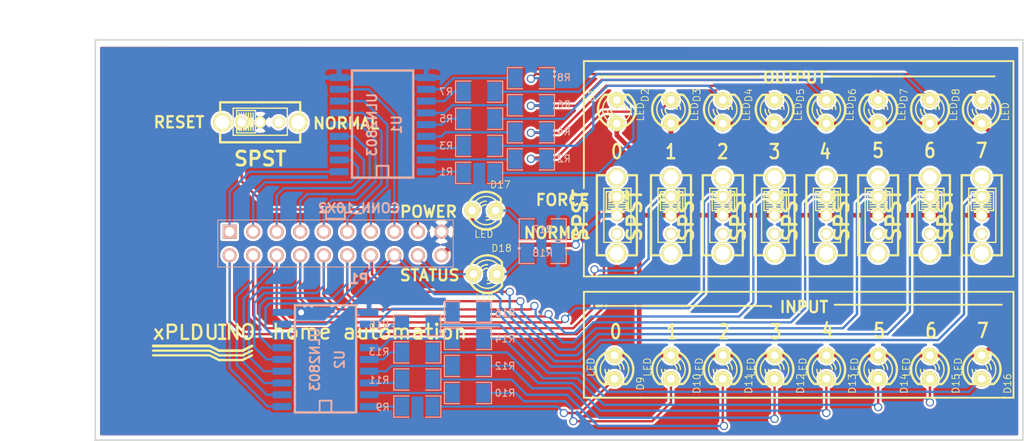
<source format=kicad_pcb>
(kicad_pcb (version 3) (host pcbnew "(2013-04-19 BZR 4011)-stable")
  (layers (15 F.Cu signal hide) (0 B.Cu signal hide))
  (net 0 "")
  (net 1 +5V)
  (net 2 CMD0)
  (net 3 CMD1)
  (net 4 CMD2)
  (net 5 CMD3)
  (net 6 CMD4)
  (net 7 CMD5)
  (net 8 CMD6)
  (net 9 CMD7)
  (net 10 GND)
  (net 11 LED)
  (net 12 N-000001)
  (net 13 N-0000010)
  (net 14 N-0000011)
  (net 15 N-0000012)
  (net 16 N-0000014)
  (net 17 N-0000015)
  (net 18 N-0000016)
  (net 19 N-0000017)
  (net 20 N-000002)
  (net 21 N-0000028)
  (net 22 N-000003)
  (net 23 N-0000030)
  (net 24 N-0000039)
  (net 25 N-000004)
  (net 26 N-0000040)
  (net 27 N-0000041)
  (net 28 N-0000042)
  (net 29 N-0000043)
  (net 30 N-0000044)
  (net 31 N-0000045)
  (net 32 N-0000046)
  (net 33 N-0000047)
  (net 34 N-0000048)
  (net 35 N-0000049)
  (net 36 N-000005)
  (net 37 N-0000050)
  (net 38 N-0000051)
  (net 39 N-0000052)
  (net 40 N-0000053)
  (net 41 N-0000054)
  (net 42 N-000006)
  (net 43 N-000007)
  (net 44 N-000008)
  (net 45 N-000009)
  (net 46 OUT0)
  (net 47 OUT1)
  (net 48 OUT2)
  (net 49 OUT3)
  (net 50 OUT4)
  (net 51 OUT5)
  (net 52 OUT6)
  (net 53 OUT7)
  (net 54 RESET)
  (module SOIC18 (layer B.Cu) (at 117.348 82.296 90)
    (fp_text reference U1)
    (fp_text value ULN2803)
    (pad 1 smd rect (at -5.08 -4.7 90) (size 0.762 2) (layers B.Cu Dessous.Pate Dessous.Masque) (net 2 CMD0))
    (pad 2 smd rect (at -3.81 -4.699 90) (size 0.762 2) (layers B.Cu Dessous.Pate Dessous.Masque) (net 3 CMD1))
    (pad 3 smd rect (at -2.54 -4.699 90) (size 0.762 2) (layers B.Cu Dessous.Pate Dessous.Masque) (net 4 CMD2))
    (pad 4 smd rect (at -1.27 -4.699 90) (size 0.762 2) (layers B.Cu Dessous.Pate Dessous.Masque) (net 5 CMD3))
    (pad 5 smd rect (at 0 -4.699 90) (size 0.762 2) (layers B.Cu Dessous.Pate Dessous.Masque) (net 6 CMD4))
    (pad 6 smd rect (at 1.27 -4.699 90) (size 0.762 2) (layers B.Cu Dessous.Pate Dessous.Masque) (net 7 CMD5))
    (pad 7 smd rect (at 2.54 -4.699 90) (size 0.762 2) (layers B.Cu Dessous.Pate Dessous.Masque) (net 8 CMD6))
    (pad 8 smd rect (at 3.81 -4.699 90) (size 0.762 2) (layers B.Cu Dessous.Pate Dessous.Masque) (net 9 CMD7))
    (pad 9 smd rect (at 5.08 -4.699 90) (size 0.762 2) (layers B.Cu Dessous.Pate Dessous.Masque) (net 10 GND))
    (pad 10 smd rect (at 5.08 4.699 90) (size 0.762 2) (layers B.Cu Dessous.Pate Dessous.Masque) (net 10 GND))
    (pad 11 smd rect (at 3.81 4.699 90) (size 0.762 2) (layers B.Cu Dessous.Pate Dessous.Masque) (net 28 N-0000042))
    (pad 12 smd rect (at 2.54 4.699 90) (size 0.762 2) (layers B.Cu Dessous.Pate Dessous.Masque) (net 27 N-0000041))
    (pad 18 smd rect (at -5.08 4.7 90) (size 0.762 2) (layers B.Cu Dessous.Pate Dessous.Masque) (net 40 N-0000053))
    (pad 17 smd rect (at -3.81 4.699 90) (size 0.762 2) (layers B.Cu Dessous.Pate Dessous.Masque) (net 32 N-0000046))
    (pad 16 smd rect (at -2.54 4.699 90) (size 0.762 2) (layers B.Cu Dessous.Pate Dessous.Masque) (net 31 N-0000045))
    (pad 15 smd rect (at -1.27 4.699 90) (size 0.762 2) (layers B.Cu Dessous.Pate Dessous.Masque) (net 29 N-0000043))
    (pad 14 smd rect (at 0 4.699 90) (size 0.762 2) (layers B.Cu Dessous.Pate Dessous.Masque) (net 24 N-0000039))
    (pad 13 smd rect (at 1.27 4.699 90) (size 0.762 2) (layers B.Cu Dessous.Pate Dessous.Masque) (net 26 N-0000040))
  )
  (module SOIC18 (layer B.Cu) (at 111.1885 107.6325 90)
    (fp_text reference U2)
    (fp_text value ULN2803)
    (pad 1 smd rect (at -5.08 -4.7 90) (size 0.762 2) (layers B.Cu Dessous.Pate Dessous.Masque) (net 46 OUT0))
    (pad 2 smd rect (at -3.81 -4.699 90) (size 0.762 2) (layers B.Cu Dessous.Pate Dessous.Masque) (net 47 OUT1))
    (pad 3 smd rect (at -2.54 -4.699 90) (size 0.762 2) (layers B.Cu Dessous.Pate Dessous.Masque) (net 48 OUT2))
    (pad 4 smd rect (at -1.27 -4.699 90) (size 0.762 2) (layers B.Cu Dessous.Pate Dessous.Masque) (net 49 OUT3))
    (pad 5 smd rect (at 0 -4.699 90) (size 0.762 2) (layers B.Cu Dessous.Pate Dessous.Masque) (net 50 OUT4))
    (pad 6 smd rect (at 1.27 -4.699 90) (size 0.762 2) (layers B.Cu Dessous.Pate Dessous.Masque) (net 51 OUT5))
    (pad 7 smd rect (at 2.54 -4.699 90) (size 0.762 2) (layers B.Cu Dessous.Pate Dessous.Masque) (net 52 OUT6))
    (pad 8 smd rect (at 3.81 -4.699 90) (size 0.762 2) (layers B.Cu Dessous.Pate Dessous.Masque) (net 53 OUT7))
    (pad 9 smd rect (at 5.08 -4.699 90) (size 0.762 2) (layers B.Cu Dessous.Pate Dessous.Masque) (net 10 GND))
    (pad 10 smd rect (at 5.08 4.699 90) (size 0.762 2) (layers B.Cu Dessous.Pate Dessous.Masque) (net 10 GND))
    (pad 11 smd rect (at 3.81 4.699 90) (size 0.762 2) (layers B.Cu Dessous.Pate Dessous.Masque) (net 20 N-000002))
    (pad 12 smd rect (at 2.54 4.699 90) (size 0.762 2) (layers B.Cu Dessous.Pate Dessous.Masque) (net 25 N-000004))
    (pad 18 smd rect (at -5.08 4.7 90) (size 0.762 2) (layers B.Cu Dessous.Pate Dessous.Masque) (net 13 N-0000010))
    (pad 17 smd rect (at -3.81 4.699 90) (size 0.762 2) (layers B.Cu Dessous.Pate Dessous.Masque) (net 18 N-0000016))
    (pad 16 smd rect (at -2.54 4.699 90) (size 0.762 2) (layers B.Cu Dessous.Pate Dessous.Masque) (net 44 N-000008))
    (pad 15 smd rect (at -1.27 4.699 90) (size 0.762 2) (layers B.Cu Dessous.Pate Dessous.Masque) (net 17 N-0000015))
    (pad 14 smd rect (at 0 4.699 90) (size 0.762 2) (layers B.Cu Dessous.Pate Dessous.Masque) (net 42 N-000006))
    (pad 13 smd rect (at 1.27 4.699 90) (size 0.762 2) (layers B.Cu Dessous.Pate Dessous.Masque) (net 16 N-0000014))
  )
  (module SM1206 (layer B.Cu) (at 127.762 84.582)
    (fp_text reference R3)
    (fp_text value R hide)
    (pad 1 smd rect (at -1.651 0) (size 1.524 2.032) (layers B.Cu Dessous.Pate Dessous.Masque) (net 31 N-0000045))
    (pad 2 smd rect (at 1.651 0) (size 1.524 2.032) (layers B.Cu Dessous.Pate Dessous.Masque) (net 39 N-0000052))
  )
  (module SM1206 (layer B.Cu) (at 121.0945 112.7125)
    (fp_text reference R9)
    (fp_text value R hide)
    (pad 1 smd rect (at -1.651 0) (size 1.524 2.032) (layers B.Cu Dessous.Pate Dessous.Masque) (net 13 N-0000010))
    (pad 2 smd rect (at 1.651 0) (size 1.524 2.032) (layers B.Cu Dessous.Pate Dessous.Masque) (net 45 N-000009))
  )
  (module SM1206 (layer B.Cu) (at 121.0945 109.7915)
    (fp_text reference R11)
    (fp_text value R hide)
    (pad 1 smd rect (at -1.651 0) (size 1.524 2.032) (layers B.Cu Dessous.Pate Dessous.Masque) (net 44 N-000008))
    (pad 2 smd rect (at 1.651 0) (size 1.524 2.032) (layers B.Cu Dessous.Pate Dessous.Masque) (net 43 N-000007))
  )
  (module SM1206 (layer B.Cu) (at 121.0945 106.8705)
    (fp_text reference R13)
    (fp_text value R hide)
    (pad 1 smd rect (at -1.651 0) (size 1.524 2.032) (layers B.Cu Dessous.Pate Dessous.Masque) (net 42 N-000006))
    (pad 2 smd rect (at 1.651 0) (size 1.524 2.032) (layers B.Cu Dessous.Pate Dessous.Masque) (net 36 N-000005))
  )
  (module SM1206 (layer B.Cu) (at 133.35 86.0425)
    (fp_text reference R2)
    (fp_text value R hide)
    (pad 1 smd rect (at -1.651 0) (size 1.524 2.032) (layers B.Cu Dessous.Pate Dessous.Masque) (net 32 N-0000046))
    (pad 2 smd rect (at 1.651 0) (size 1.524 2.032) (layers B.Cu Dessous.Pate Dessous.Masque) (net 33 N-0000047))
  )
  (module SM1206 (layer B.Cu) (at 133.35 83.1215)
    (fp_text reference R4)
    (fp_text value R hide)
    (pad 1 smd rect (at -1.651 0) (size 1.524 2.032) (layers B.Cu Dessous.Pate Dessous.Masque) (net 29 N-0000043))
    (pad 2 smd rect (at 1.651 0) (size 1.524 2.032) (layers B.Cu Dessous.Pate Dessous.Masque) (net 30 N-0000044))
  )
  (module SM1206 (layer B.Cu) (at 133.35 80.2005)
    (fp_text reference R6)
    (fp_text value R hide)
    (pad 1 smd rect (at -1.651 0) (size 1.524 2.032) (layers B.Cu Dessous.Pate Dessous.Masque) (net 26 N-0000040))
    (pad 2 smd rect (at 1.651 0) (size 1.524 2.032) (layers B.Cu Dessous.Pate Dessous.Masque) (net 34 N-0000048))
  )
  (module SM1206 (layer B.Cu) (at 133.35 77.2795)
    (fp_text reference R8)
    (fp_text value R hide)
    (pad 1 smd rect (at -1.651 0) (size 1.524 2.032) (layers B.Cu Dessous.Pate Dessous.Masque) (net 28 N-0000042))
    (pad 2 smd rect (at 1.651 0) (size 1.524 2.032) (layers B.Cu Dessous.Pate Dessous.Masque) (net 35 N-0000049))
  )
  (module SM1206 (layer B.Cu) (at 127.762 78.74)
    (fp_text reference R7)
    (fp_text value R hide)
    (pad 1 smd rect (at -1.651 0) (size 1.524 2.032) (layers B.Cu Dessous.Pate Dessous.Masque) (net 27 N-0000041))
    (pad 2 smd rect (at 1.651 0) (size 1.524 2.032) (layers B.Cu Dessous.Pate Dessous.Masque) (net 37 N-0000050))
  )
  (module SM1206 (layer B.Cu) (at 127.762 81.661)
    (fp_text reference R5)
    (fp_text value R hide)
    (pad 1 smd rect (at -1.651 0) (size 1.524 2.032) (layers B.Cu Dessous.Pate Dessous.Masque) (net 24 N-0000039))
    (pad 2 smd rect (at 1.651 0) (size 1.524 2.032) (layers B.Cu Dessous.Pate Dessous.Masque) (net 38 N-0000051))
  )
  (module SM1206 (layer B.Cu) (at 127.762 87.503)
    (fp_text reference R1)
    (fp_text value R hide)
    (pad 1 smd rect (at -1.651 0) (size 1.524 2.032) (layers B.Cu Dessous.Pate Dessous.Masque) (net 40 N-0000053))
    (pad 2 smd rect (at 1.651 0) (size 1.524 2.032) (layers B.Cu Dessous.Pate Dessous.Masque) (net 41 N-0000054))
  )
  (module SM1206 (layer B.Cu) (at 121.0945 103.9495)
    (fp_text reference R15)
    (fp_text value R hide)
    (pad 1 smd rect (at -1.651 0) (size 1.524 2.032) (layers B.Cu Dessous.Pate Dessous.Masque) (net 25 N-000004))
    (pad 2 smd rect (at 1.651 0) (size 1.524 2.032) (layers B.Cu Dessous.Pate Dessous.Masque) (net 22 N-000003))
  )
  (module SM1206 (layer B.Cu) (at 126.5555 102.489)
    (fp_text reference R16)
    (fp_text value R hide)
    (pad 1 smd rect (at -1.651 0) (size 1.524 2.032) (layers B.Cu Dessous.Pate Dessous.Masque) (net 20 N-000002))
    (pad 2 smd rect (at 1.651 0) (size 1.524 2.032) (layers B.Cu Dessous.Pate Dessous.Masque) (net 12 N-000001))
  )
  (module SM1206 (layer B.Cu) (at 126.5555 105.41)
    (fp_text reference R14)
    (fp_text value R hide)
    (pad 1 smd rect (at -1.651 0) (size 1.524 2.032) (layers B.Cu Dessous.Pate Dessous.Masque) (net 16 N-0000014))
    (pad 2 smd rect (at 1.651 0) (size 1.524 2.032) (layers B.Cu Dessous.Pate Dessous.Masque) (net 14 N-0000011))
  )
  (module SM1206 (layer B.Cu) (at 126.5555 108.331)
    (fp_text reference R12)
    (fp_text value R hide)
    (pad 1 smd rect (at -1.651 0) (size 1.524 2.032) (layers B.Cu Dessous.Pate Dessous.Masque) (net 17 N-0000015))
    (pad 2 smd rect (at 1.651 0) (size 1.524 2.032) (layers B.Cu Dessous.Pate Dessous.Masque) (net 15 N-0000012))
  )
  (module SM1206 (layer B.Cu) (at 126.5555 111.252)
    (fp_text reference R10)
    (fp_text value R hide)
    (pad 1 smd rect (at -1.651 0) (size 1.524 2.032) (layers B.Cu Dessous.Pate Dessous.Masque) (net 18 N-0000016))
    (pad 2 smd rect (at 1.651 0) (size 1.524 2.032) (layers B.Cu Dessous.Pate Dessous.Masque) (net 19 N-0000017))
  )
  (module SM1206 (layer B.Cu) (at 134.62 93.599 180)
    (fp_text reference R17)
    (fp_text value R hide)
    (pad 1 smd rect (at -1.651 0 180) (size 1.524 2.032) (layers B.Cu Dessous.Pate Dessous.Masque) (net 10 GND))
    (pad 2 smd rect (at 1.651 0 180) (size 1.524 2.032) (layers B.Cu Dessous.Pate Dessous.Masque) (net 23 N-0000030))
  )
  (module SM1206 (layer B.Cu) (at 134.62 96.139 180)
    (fp_text reference R18)
    (fp_text value R hide)
    (pad 1 smd rect (at -1.651 0 180) (size 1.524 2.032) (layers B.Cu Dessous.Pate Dessous.Masque) (net 10 GND))
    (pad 2 smd rect (at 1.651 0 180) (size 1.524 2.032) (layers B.Cu Dessous.Pate Dessous.Masque) (net 21 N-0000028))
  )
  (module pin_array_10x2 (layer B.Cu) (at 114.808 95.123)
    (fp_text reference P1)
    (fp_text value CONN_10X2)
    (pad 1 thru_hole rect (at -13.97 -1.27) (size 1.524 1.524) (drill 1.016) (layers *.Cu *.Mask Dessous.SilkS) (net 2 CMD0))
    (pad 2 thru_hole circle (at -13.97 1.27) (size 1.524 1.524) (drill 1.016) (layers *.Cu *.Mask Dessous.SilkS) (net 46 OUT0))
    (pad 3 thru_hole circle (at -11.43 -1.27) (size 1.524 1.524) (drill 1.016) (layers *.Cu *.Mask Dessous.SilkS) (net 3 CMD1))
    (pad 4 thru_hole circle (at -11.43 1.27) (size 1.524 1.524) (drill 1.016) (layers *.Cu *.Mask Dessous.SilkS) (net 47 OUT1))
    (pad 5 thru_hole circle (at -8.89 -1.27) (size 1.524 1.524) (drill 1.016) (layers *.Cu *.Mask Dessous.SilkS) (net 4 CMD2))
    (pad 6 thru_hole circle (at -8.89 1.27) (size 1.524 1.524) (drill 1.016) (layers *.Cu *.Mask Dessous.SilkS) (net 48 OUT2))
    (pad 7 thru_hole circle (at -6.35 -1.27) (size 1.524 1.524) (drill 1.016) (layers *.Cu *.Mask Dessous.SilkS) (net 5 CMD3))
    (pad 8 thru_hole circle (at -6.35 1.27) (size 1.524 1.524) (drill 1.016) (layers *.Cu *.Mask Dessous.SilkS) (net 49 OUT3))
    (pad 9 thru_hole circle (at -3.81 -1.27) (size 1.524 1.524) (drill 1.016) (layers *.Cu *.Mask Dessous.SilkS) (net 6 CMD4))
    (pad 10 thru_hole circle (at -3.81 1.27) (size 1.524 1.524) (drill 1.016) (layers *.Cu *.Mask Dessous.SilkS) (net 50 OUT4))
    (pad 11 thru_hole circle (at -1.27 -1.27) (size 1.524 1.524) (drill 1.016) (layers *.Cu *.Mask Dessous.SilkS) (net 7 CMD5))
    (pad 12 thru_hole circle (at -1.27 1.27) (size 1.524 1.524) (drill 1.016) (layers *.Cu *.Mask Dessous.SilkS) (net 51 OUT5))
    (pad 13 thru_hole circle (at 1.27 -1.27) (size 1.524 1.524) (drill 1.016) (layers *.Cu *.Mask Dessous.SilkS) (net 8 CMD6))
    (pad 14 thru_hole circle (at 1.27 1.27) (size 1.524 1.524) (drill 1.016) (layers *.Cu *.Mask Dessous.SilkS) (net 52 OUT6))
    (pad 15 thru_hole circle (at 3.81 -1.27) (size 1.524 1.524) (drill 1.016) (layers *.Cu *.Mask Dessous.SilkS) (net 9 CMD7))
    (pad 16 thru_hole circle (at 3.81 1.27) (size 1.524 1.524) (drill 1.016) (layers *.Cu *.Mask Dessous.SilkS) (net 53 OUT7))
    (pad 17 thru_hole circle (at 6.35 -1.27) (size 1.524 1.524) (drill 1.016) (layers *.Cu *.Mask Dessous.SilkS) (net 54 RESET))
    (pad 18 thru_hole circle (at 6.35 1.27) (size 1.524 1.524) (drill 1.016) (layers *.Cu *.Mask Dessous.SilkS) (net 11 LED))
    (pad 19 thru_hole circle (at 8.89 -1.27) (size 1.524 1.524) (drill 1.016) (layers *.Cu *.Mask Dessous.SilkS) (net 10 GND))
    (pad 20 thru_hole circle (at 8.89 1.27) (size 1.524 1.524) (drill 1.016) (layers *.Cu *.Mask Dessous.SilkS) (net 1 +5V))
  )
  (module logo_xplduino (layer F.Cu) (at 97.917 106.426)
    (fp_text reference logo_xplduino hide)
    (fp_text value VAL** hide)
  )
  (module OS102011MS2QS1_SWITCH (layer F.Cu) (at 142.621 92.075 270)
    (fp_text reference SW1 hide)
    (fp_text value SPST)
    (pad 1 thru_hole circle (at -2 0 270) (size 1.27 1.27) (drill 0.9) (layers *.Cu *.Mask Dessus.SilkS) (net 46 OUT0))
    (pad 2 thru_hole circle (at 0 0 270) (size 1.27 1.27) (drill 0.9) (layers *.Cu *.Mask Dessus.SilkS) (net 1 +5V))
    (pad 3 thru_hole circle (at 2 0 270) (size 1.27 1.27) (drill 0.9) (layers *.Cu *.Mask Dessus.SilkS))
    (pad "" thru_hole circle (at 4.1 0 270) (size 2 2) (drill 1.5) (layers *.Cu *.Mask Dessus.SilkS))
    (pad "" thru_hole circle (at -4.1 0 270) (size 2 2) (drill 1.5) (layers *.Cu *.Mask Dessus.SilkS))
  )
  (module OS102011MS2QS1_SWITCH (layer F.Cu) (at 148.463 92.075 270)
    (fp_text reference SW2 hide)
    (fp_text value SPST)
    (pad 1 thru_hole circle (at -2 0 270) (size 1.27 1.27) (drill 0.9) (layers *.Cu *.Mask Dessus.SilkS) (net 47 OUT1))
    (pad 2 thru_hole circle (at 0 0 270) (size 1.27 1.27) (drill 0.9) (layers *.Cu *.Mask Dessus.SilkS) (net 1 +5V))
    (pad 3 thru_hole circle (at 2 0 270) (size 1.27 1.27) (drill 0.9) (layers *.Cu *.Mask Dessus.SilkS))
    (pad "" thru_hole circle (at 4.1 0 270) (size 2 2) (drill 1.5) (layers *.Cu *.Mask Dessus.SilkS))
    (pad "" thru_hole circle (at -4.1 0 270) (size 2 2) (drill 1.5) (layers *.Cu *.Mask Dessus.SilkS))
  )
  (module OS102011MS2QS1_SWITCH (layer F.Cu) (at 154.051 92.075 270)
    (fp_text reference SW3 hide)
    (fp_text value SPST)
    (pad 1 thru_hole circle (at -2 0 270) (size 1.27 1.27) (drill 0.9) (layers *.Cu *.Mask Dessus.SilkS) (net 48 OUT2))
    (pad 2 thru_hole circle (at 0 0 270) (size 1.27 1.27) (drill 0.9) (layers *.Cu *.Mask Dessus.SilkS) (net 1 +5V))
    (pad 3 thru_hole circle (at 2 0 270) (size 1.27 1.27) (drill 0.9) (layers *.Cu *.Mask Dessus.SilkS))
    (pad "" thru_hole circle (at 4.1 0 270) (size 2 2) (drill 1.5) (layers *.Cu *.Mask Dessus.SilkS))
    (pad "" thru_hole circle (at -4.1 0 270) (size 2 2) (drill 1.5) (layers *.Cu *.Mask Dessus.SilkS))
  )
  (module OS102011MS2QS1_SWITCH (layer F.Cu) (at 159.639 92.075 270)
    (fp_text reference SW4 hide)
    (fp_text value SPST)
    (pad 1 thru_hole circle (at -2 0 270) (size 1.27 1.27) (drill 0.9) (layers *.Cu *.Mask Dessus.SilkS) (net 49 OUT3))
    (pad 2 thru_hole circle (at 0 0 270) (size 1.27 1.27) (drill 0.9) (layers *.Cu *.Mask Dessus.SilkS) (net 1 +5V))
    (pad 3 thru_hole circle (at 2 0 270) (size 1.27 1.27) (drill 0.9) (layers *.Cu *.Mask Dessus.SilkS))
    (pad "" thru_hole circle (at 4.1 0 270) (size 2 2) (drill 1.5) (layers *.Cu *.Mask Dessus.SilkS))
    (pad "" thru_hole circle (at -4.1 0 270) (size 2 2) (drill 1.5) (layers *.Cu *.Mask Dessus.SilkS))
  )
  (module OS102011MS2QS1_SWITCH (layer F.Cu) (at 165.227 92.075 270)
    (fp_text reference SW5 hide)
    (fp_text value SPST)
    (pad 1 thru_hole circle (at -2 0 270) (size 1.27 1.27) (drill 0.9) (layers *.Cu *.Mask Dessus.SilkS) (net 50 OUT4))
    (pad 2 thru_hole circle (at 0 0 270) (size 1.27 1.27) (drill 0.9) (layers *.Cu *.Mask Dessus.SilkS) (net 1 +5V))
    (pad 3 thru_hole circle (at 2 0 270) (size 1.27 1.27) (drill 0.9) (layers *.Cu *.Mask Dessus.SilkS))
    (pad "" thru_hole circle (at 4.1 0 270) (size 2 2) (drill 1.5) (layers *.Cu *.Mask Dessus.SilkS))
    (pad "" thru_hole circle (at -4.1 0 270) (size 2 2) (drill 1.5) (layers *.Cu *.Mask Dessus.SilkS))
  )
  (module OS102011MS2QS1_SWITCH (layer F.Cu) (at 170.815 92.075 270)
    (fp_text reference SW6 hide)
    (fp_text value SPST)
    (pad 1 thru_hole circle (at -2 0 270) (size 1.27 1.27) (drill 0.9) (layers *.Cu *.Mask Dessus.SilkS) (net 51 OUT5))
    (pad 2 thru_hole circle (at 0 0 270) (size 1.27 1.27) (drill 0.9) (layers *.Cu *.Mask Dessus.SilkS) (net 1 +5V))
    (pad 3 thru_hole circle (at 2 0 270) (size 1.27 1.27) (drill 0.9) (layers *.Cu *.Mask Dessus.SilkS))
    (pad "" thru_hole circle (at 4.1 0 270) (size 2 2) (drill 1.5) (layers *.Cu *.Mask Dessus.SilkS))
    (pad "" thru_hole circle (at -4.1 0 270) (size 2 2) (drill 1.5) (layers *.Cu *.Mask Dessus.SilkS))
  )
  (module OS102011MS2QS1_SWITCH (layer F.Cu) (at 176.403 92.075 270)
    (fp_text reference SW7 hide)
    (fp_text value SPST)
    (pad 1 thru_hole circle (at -2 0 270) (size 1.27 1.27) (drill 0.9) (layers *.Cu *.Mask Dessus.SilkS) (net 52 OUT6))
    (pad 2 thru_hole circle (at 0 0 270) (size 1.27 1.27) (drill 0.9) (layers *.Cu *.Mask Dessus.SilkS) (net 1 +5V))
    (pad 3 thru_hole circle (at 2 0 270) (size 1.27 1.27) (drill 0.9) (layers *.Cu *.Mask Dessus.SilkS))
    (pad "" thru_hole circle (at 4.1 0 270) (size 2 2) (drill 1.5) (layers *.Cu *.Mask Dessus.SilkS))
    (pad "" thru_hole circle (at -4.1 0 270) (size 2 2) (drill 1.5) (layers *.Cu *.Mask Dessus.SilkS))
  )
  (module OS102011MS2QS1_SWITCH (layer F.Cu) (at 181.991 92.075 270)
    (fp_text reference SW8 hide)
    (fp_text value SPST)
    (pad 1 thru_hole circle (at -2 0 270) (size 1.27 1.27) (drill 0.9) (layers *.Cu *.Mask Dessus.SilkS) (net 53 OUT7))
    (pad 2 thru_hole circle (at 0 0 270) (size 1.27 1.27) (drill 0.9) (layers *.Cu *.Mask Dessus.SilkS) (net 1 +5V))
    (pad 3 thru_hole circle (at 2 0 270) (size 1.27 1.27) (drill 0.9) (layers *.Cu *.Mask Dessus.SilkS))
    (pad "" thru_hole circle (at 4.1 0 270) (size 2 2) (drill 1.5) (layers *.Cu *.Mask Dessus.SilkS))
    (pad "" thru_hole circle (at -4.1 0 270) (size 2 2) (drill 1.5) (layers *.Cu *.Mask Dessus.SilkS))
  )
  (module OS102011MS2QS1_SWITCH (layer F.Cu) (at 104.14 82.042)
    (fp_text reference SW_RESET1 hide)
    (fp_text value SPST)
    (pad 1 thru_hole circle (at -2 0) (size 1.27 1.27) (drill 0.9) (layers *.Cu *.Mask Dessus.SilkS) (net 54 RESET))
    (pad 2 thru_hole circle (at 0 0) (size 1.27 1.27) (drill 0.9) (layers *.Cu *.Mask Dessus.SilkS) (net 10 GND))
    (pad 3 thru_hole circle (at 2 0) (size 1.27 1.27) (drill 0.9) (layers *.Cu *.Mask Dessus.SilkS))
    (pad "" thru_hole circle (at 4.1 0) (size 2 2) (drill 1.5) (layers *.Cu *.Mask Dessus.SilkS))
    (pad "" thru_hole circle (at -4.1 0) (size 2 2) (drill 1.5) (layers *.Cu *.Mask Dessus.SilkS))
  )
  (module LED-3MM (layer F.Cu) (at 176.403 80.899 90)
    (fp_text reference D7)
    (fp_text value LED)
    (pad 1 thru_hole circle (at -1.27 0 90) (size 1.6764 1.6764) (drill 0.8128) (layers *.Cu *.Mask Dessus.SilkS) (net 1 +5V))
    (pad 2 thru_hole circle (at 1.27 0 90) (size 1.6764 1.6764) (drill 0.8128) (layers *.Cu *.Mask Dessus.SilkS) (net 37 N-0000050))
  )
  (module LED-3MM (layer F.Cu) (at 142.621 80.899 90)
    (fp_text reference D1)
    (fp_text value LED)
    (pad 1 thru_hole circle (at -1.27 0 90) (size 1.6764 1.6764) (drill 0.8128) (layers *.Cu *.Mask Dessus.SilkS) (net 1 +5V))
    (pad 2 thru_hole circle (at 1.27 0 90) (size 1.6764 1.6764) (drill 0.8128) (layers *.Cu *.Mask Dessus.SilkS) (net 41 N-0000054))
  )
  (module LED-3MM (layer F.Cu) (at 148.463 80.899 90)
    (fp_text reference D2)
    (fp_text value LED)
    (pad 1 thru_hole circle (at -1.27 0 90) (size 1.6764 1.6764) (drill 0.8128) (layers *.Cu *.Mask Dessus.SilkS) (net 1 +5V))
    (pad 2 thru_hole circle (at 1.27 0 90) (size 1.6764 1.6764) (drill 0.8128) (layers *.Cu *.Mask Dessus.SilkS) (net 33 N-0000047))
  )
  (module LED-3MM (layer F.Cu) (at 128.397 98.425)
    (fp_text reference D18)
    (fp_text value LED)
    (pad 1 thru_hole circle (at -1.27 0) (size 1.6764 1.6764) (drill 0.8128) (layers *.Cu *.Mask Dessus.SilkS) (net 11 LED))
    (pad 2 thru_hole circle (at 1.27 0) (size 1.6764 1.6764) (drill 0.8128) (layers *.Cu *.Mask Dessus.SilkS) (net 21 N-0000028))
  )
  (module LED-3MM (layer F.Cu) (at 154.051 80.899 90)
    (fp_text reference D3)
    (fp_text value LED)
    (pad 1 thru_hole circle (at -1.27 0 90) (size 1.6764 1.6764) (drill 0.8128) (layers *.Cu *.Mask Dessus.SilkS) (net 1 +5V))
    (pad 2 thru_hole circle (at 1.27 0 90) (size 1.6764 1.6764) (drill 0.8128) (layers *.Cu *.Mask Dessus.SilkS) (net 39 N-0000052))
  )
  (module LED-3MM (layer F.Cu) (at 128.27 91.567)
    (fp_text reference D17)
    (fp_text value LED)
    (pad 1 thru_hole circle (at -1.27 0) (size 1.6764 1.6764) (drill 0.8128) (layers *.Cu *.Mask Dessus.SilkS) (net 1 +5V))
    (pad 2 thru_hole circle (at 1.27 0) (size 1.6764 1.6764) (drill 0.8128) (layers *.Cu *.Mask Dessus.SilkS) (net 23 N-0000030))
  )
  (module LED-3MM (layer F.Cu) (at 159.639 80.899 90)
    (fp_text reference D4)
    (fp_text value LED)
    (pad 1 thru_hole circle (at -1.27 0 90) (size 1.6764 1.6764) (drill 0.8128) (layers *.Cu *.Mask Dessus.SilkS) (net 1 +5V))
    (pad 2 thru_hole circle (at 1.27 0 90) (size 1.6764 1.6764) (drill 0.8128) (layers *.Cu *.Mask Dessus.SilkS) (net 30 N-0000044))
  )
  (module LED-3MM (layer F.Cu) (at 165.227 80.899 90)
    (fp_text reference D5)
    (fp_text value LED)
    (pad 1 thru_hole circle (at -1.27 0 90) (size 1.6764 1.6764) (drill 0.8128) (layers *.Cu *.Mask Dessus.SilkS) (net 1 +5V))
    (pad 2 thru_hole circle (at 1.27 0 90) (size 1.6764 1.6764) (drill 0.8128) (layers *.Cu *.Mask Dessus.SilkS) (net 38 N-0000051))
  )
  (module LED-3MM (layer F.Cu) (at 170.815 80.899 90)
    (fp_text reference D6)
    (fp_text value LED)
    (pad 1 thru_hole circle (at -1.27 0 90) (size 1.6764 1.6764) (drill 0.8128) (layers *.Cu *.Mask Dessus.SilkS) (net 1 +5V))
    (pad 2 thru_hole circle (at 1.27 0 90) (size 1.6764 1.6764) (drill 0.8128) (layers *.Cu *.Mask Dessus.SilkS) (net 34 N-0000048))
  )
  (module LED-3MM (layer F.Cu) (at 159.639 108.458 270)
    (fp_text reference D12)
    (fp_text value LED)
    (pad 1 thru_hole circle (at -1.27 0 270) (size 1.6764 1.6764) (drill 0.8128) (layers *.Cu *.Mask Dessus.SilkS) (net 1 +5V))
    (pad 2 thru_hole circle (at 1.27 0 270) (size 1.6764 1.6764) (drill 0.8128) (layers *.Cu *.Mask Dessus.SilkS) (net 15 N-0000012))
  )
  (module LED-3MM (layer F.Cu) (at 181.991 80.899 90)
    (fp_text reference D8)
    (fp_text value LED)
    (pad 1 thru_hole circle (at -1.27 0 90) (size 1.6764 1.6764) (drill 0.8128) (layers *.Cu *.Mask Dessus.SilkS) (net 1 +5V))
    (pad 2 thru_hole circle (at 1.27 0 90) (size 1.6764 1.6764) (drill 0.8128) (layers *.Cu *.Mask Dessus.SilkS) (net 35 N-0000049))
  )
  (module LED-3MM (layer F.Cu) (at 142.367 108.458 270)
    (fp_text reference D9)
    (fp_text value LED)
    (pad 1 thru_hole circle (at -1.27 0 270) (size 1.6764 1.6764) (drill 0.8128) (layers *.Cu *.Mask Dessus.SilkS) (net 1 +5V))
    (pad 2 thru_hole circle (at 1.27 0 270) (size 1.6764 1.6764) (drill 0.8128) (layers *.Cu *.Mask Dessus.SilkS) (net 45 N-000009))
  )
  (module LED-3MM (layer F.Cu) (at 148.463 108.458 270)
    (fp_text reference D10)
    (fp_text value LED)
    (pad 1 thru_hole circle (at -1.27 0 270) (size 1.6764 1.6764) (drill 0.8128) (layers *.Cu *.Mask Dessus.SilkS) (net 1 +5V))
    (pad 2 thru_hole circle (at 1.27 0 270) (size 1.6764 1.6764) (drill 0.8128) (layers *.Cu *.Mask Dessus.SilkS) (net 19 N-0000017))
  )
  (module LED-3MM (layer F.Cu) (at 154.051 108.458 270)
    (fp_text reference D11)
    (fp_text value LED)
    (pad 1 thru_hole circle (at -1.27 0 270) (size 1.6764 1.6764) (drill 0.8128) (layers *.Cu *.Mask Dessus.SilkS) (net 1 +5V))
    (pad 2 thru_hole circle (at 1.27 0 270) (size 1.6764 1.6764) (drill 0.8128) (layers *.Cu *.Mask Dessus.SilkS) (net 43 N-000007))
  )
  (module LED-3MM (layer F.Cu) (at 181.991 108.458 270)
    (fp_text reference D16)
    (fp_text value LED)
    (pad 1 thru_hole circle (at -1.27 0 270) (size 1.6764 1.6764) (drill 0.8128) (layers *.Cu *.Mask Dessus.SilkS) (net 1 +5V))
    (pad 2 thru_hole circle (at 1.27 0 270) (size 1.6764 1.6764) (drill 0.8128) (layers *.Cu *.Mask Dessus.SilkS) (net 12 N-000001))
  )
  (module LED-3MM (layer F.Cu) (at 176.403 108.458 270)
    (fp_text reference D15)
    (fp_text value LED)
    (pad 1 thru_hole circle (at -1.27 0 270) (size 1.6764 1.6764) (drill 0.8128) (layers *.Cu *.Mask Dessus.SilkS) (net 1 +5V))
    (pad 2 thru_hole circle (at 1.27 0 270) (size 1.6764 1.6764) (drill 0.8128) (layers *.Cu *.Mask Dessus.SilkS) (net 22 N-000003))
  )
  (module LED-3MM (layer F.Cu) (at 170.815 108.458 270)
    (fp_text reference D14)
    (fp_text value LED)
    (pad 1 thru_hole circle (at -1.27 0 270) (size 1.6764 1.6764) (drill 0.8128) (layers *.Cu *.Mask Dessus.SilkS) (net 1 +5V))
    (pad 2 thru_hole circle (at 1.27 0 270) (size 1.6764 1.6764) (drill 0.8128) (layers *.Cu *.Mask Dessus.SilkS) (net 14 N-0000011))
  )
  (module LED-3MM (layer F.Cu) (at 165.227 108.458 270)
    (fp_text reference D13)
    (fp_text value LED)
    (pad 1 thru_hole circle (at -1.27 0 270) (size 1.6764 1.6764) (drill 0.8128) (layers *.Cu *.Mask Dessus.SilkS) (net 1 +5V))
    (pad 2 thru_hole circle (at 1.27 0 270) (size 1.6764 1.6764) (drill 0.8128) (layers *.Cu *.Mask Dessus.SilkS) (net 36 N-000005))
  )
  (segment (start 138.176 95.25) (end 138.176 94.869) (width 0.508) (layer B.Cu) (net 1))
  (via (at 138.176 95.25) (size 0.889) (layers F.Cu B.Cu) (net 1))
  (segment (start 127 95.25) (end 138.176 95.25) (width 0.508) (layer F.Cu) (net 1))
  (segment (start 140.97 92.075) (end 142.621 92.075) (width 0.508) (layer B.Cu) (net 1))
  (segment (start 138.176 94.869) (end 140.97 92.075) (width 0.508) (layer B.Cu) (net 1))
  (segment (start 183.896 105.41) (end 183.896 102.235) (width 0.508) (layer F.Cu) (net 1))
  (segment (start 183.896 92.075) (end 183.896 102.235) (width 0.508) (layer F.Cu) (net 1))
  (segment (start 182.118 107.188) (end 183.896 105.41) (width 0.508) (layer F.Cu) (net 1))
  (segment (start 182.118 107.188) (end 181.991 107.188) (width 0.508) (layer F.Cu) (net 1))
  (segment (start 145.034 107.188) (end 145.034 103.73614) (width 0.508) (layer F.Cu) (net 1))
  (segment (start 145.034 103.73614) (end 145.034 92.202) (width 0.508) (layer F.Cu) (net 1))
  (segment (start 165.227 82.169) (end 170.815 82.169) (width 0.508) (layer F.Cu) (net 1))
  (segment (start 159.639 82.169) (end 165.227 82.169) (width 0.508) (layer F.Cu) (net 1))
  (segment (start 154.051 82.169) (end 159.639 82.169) (width 0.508) (layer F.Cu) (net 1))
  (segment (start 148.463 82.169) (end 154.051 82.169) (width 0.508) (layer F.Cu) (net 1))
  (segment (start 170.815 107.188) (end 176.403 107.188) (width 0.508) (layer F.Cu) (net 1))
  (segment (start 165.227 107.188) (end 170.815 107.188) (width 0.508) (layer F.Cu) (net 1))
  (segment (start 159.639 107.188) (end 165.227 107.188) (width 0.508) (layer F.Cu) (net 1))
  (segment (start 154.051 107.188) (end 159.639 107.188) (width 0.508) (layer F.Cu) (net 1))
  (segment (start 148.463 107.188) (end 154.051 107.188) (width 0.508) (layer F.Cu) (net 1))
  (segment (start 142.367 107.188) (end 145.034 107.188) (width 0.508) (layer F.Cu) (net 1))
  (segment (start 145.034 107.188) (end 148.463 107.188) (width 0.508) (layer F.Cu) (net 1))
  (segment (start 127 91.948) (end 127 95.25) (width 0.508) (layer F.Cu) (net 1))
  (segment (start 127 95.25) (end 124.841 95.25) (width 0.508) (layer F.Cu) (net 1))
  (segment (start 124.841 95.25) (end 123.698 96.393) (width 0.508) (layer F.Cu) (net 1))
  (segment (start 181.991 92.075) (end 183.896 92.075) (width 0.508) (layer F.Cu) (net 1))
  (segment (start 183.896 84.074) (end 181.991 82.169) (width 0.508) (layer F.Cu) (net 1))
  (segment (start 183.896 92.075) (end 183.896 84.074) (width 0.508) (layer F.Cu) (net 1))
  (segment (start 181.991 107.188) (end 176.403 107.188) (width 0.508) (layer F.Cu) (net 1))
  (segment (start 170.815 92.075) (end 176.403 92.075) (width 0.508) (layer F.Cu) (net 1))
  (segment (start 142.621 82.169) (end 142.621 83.439) (width 0.508) (layer F.Cu) (net 1))
  (segment (start 144.018 84.836) (end 145.0848 84.836) (width 0.508) (layer F.Cu) (net 1))
  (segment (start 142.621 83.439) (end 144.018 84.836) (width 0.508) (layer F.Cu) (net 1))
  (segment (start 145.0848 84.836) (end 147.066 84.836) (width 0.508) (layer F.Cu) (net 1))
  (segment (start 148.463 83.439) (end 148.463 82.169) (width 0.508) (layer F.Cu) (net 1))
  (segment (start 147.066 84.836) (end 148.463 83.439) (width 0.508) (layer F.Cu) (net 1))
  (segment (start 176.403 82.169) (end 170.815 82.169) (width 0.508) (layer F.Cu) (net 1))
  (segment (start 181.991 82.169) (end 176.403 82.169) (width 0.508) (layer F.Cu) (net 1))
  (segment (start 148.463 92.075) (end 146.939 92.075) (width 0.508) (layer F.Cu) (net 1))
  (segment (start 154.051 92.075) (end 148.463 92.075) (width 0.508) (layer F.Cu) (net 1))
  (segment (start 170.815 92.075) (end 165.227 92.075) (width 0.508) (layer F.Cu) (net 1))
  (segment (start 165.227 92.075) (end 159.639 92.075) (width 0.508) (layer F.Cu) (net 1))
  (segment (start 159.639 92.075) (end 154.051 92.075) (width 0.508) (layer F.Cu) (net 1))
  (segment (start 181.991 92.075) (end 176.403 92.075) (width 0.508) (layer F.Cu) (net 1))
  (segment (start 145.0848 92.075) (end 145.0848 84.836) (width 0.508) (layer F.Cu) (net 1))
  (segment (start 142.621 92.075) (end 145.0848 92.075) (width 0.508) (layer F.Cu) (net 1))
  (segment (start 145.0848 92.075) (end 146.812 92.075) (width 0.508) (layer F.Cu) (net 1))
  (segment (start 146.812 92.075) (end 147.193 92.075) (width 0.508) (layer F.Cu) (net 1))
  (segment (start 123.825 96.266) (end 123.698 96.393) (width 0.508) (layer F.Cu) (net 1))
  (segment (start 100.838 93.853) (end 100.838 89.535) (width 0.254) (layer B.Cu) (net 2))
  (segment (start 102.997 87.376) (end 112.648 87.376) (width 0.254) (layer B.Cu) (net 2))
  (segment (start 100.838 89.535) (end 102.997 87.376) (width 0.254) (layer B.Cu) (net 2))
  (segment (start 103.378 93.853) (end 103.378 89.789) (width 0.254) (layer B.Cu) (net 3))
  (segment (start 113.919 86.106) (end 112.649 86.106) (width 0.254) (layer B.Cu) (net 3))
  (segment (start 114.681 86.868) (end 113.919 86.106) (width 0.254) (layer B.Cu) (net 3))
  (segment (start 114.681 87.757) (end 114.681 86.868) (width 0.254) (layer B.Cu) (net 3))
  (segment (start 113.919 88.519) (end 114.681 87.757) (width 0.254) (layer B.Cu) (net 3))
  (segment (start 104.648 88.519) (end 113.919 88.519) (width 0.254) (layer B.Cu) (net 3))
  (segment (start 103.378 89.789) (end 104.648 88.519) (width 0.254) (layer B.Cu) (net 3))
  (segment (start 105.918 93.853) (end 105.918 89.916) (width 0.254) (layer B.Cu) (net 4))
  (segment (start 114.046 84.836) (end 112.649 84.836) (width 0.254) (layer B.Cu) (net 4))
  (segment (start 115.316 86.106) (end 114.046 84.836) (width 0.254) (layer B.Cu) (net 4))
  (segment (start 115.316 87.884) (end 115.316 86.106) (width 0.254) (layer B.Cu) (net 4))
  (segment (start 114.046 89.154) (end 115.316 87.884) (width 0.254) (layer B.Cu) (net 4))
  (segment (start 106.68 89.154) (end 114.046 89.154) (width 0.254) (layer B.Cu) (net 4))
  (segment (start 105.918 89.916) (end 106.68 89.154) (width 0.254) (layer B.Cu) (net 4))
  (segment (start 108.458 93.853) (end 108.458 90.551) (width 0.254) (layer B.Cu) (net 5))
  (segment (start 114.3 83.566) (end 112.649 83.566) (width 0.254) (layer B.Cu) (net 5))
  (segment (start 115.951 85.217) (end 114.3 83.566) (width 0.254) (layer B.Cu) (net 5))
  (segment (start 115.951 88.138) (end 115.951 85.217) (width 0.254) (layer B.Cu) (net 5))
  (segment (start 114.3 89.789) (end 115.951 88.138) (width 0.254) (layer B.Cu) (net 5))
  (segment (start 109.22 89.789) (end 114.3 89.789) (width 0.254) (layer B.Cu) (net 5))
  (segment (start 108.458 90.551) (end 109.22 89.789) (width 0.254) (layer B.Cu) (net 5))
  (segment (start 110.998 93.853) (end 110.998 91.313) (width 0.254) (layer B.Cu) (net 6))
  (segment (start 114.935 82.296) (end 112.649 82.296) (width 0.254) (layer B.Cu) (net 6))
  (segment (start 116.586 83.947) (end 114.935 82.296) (width 0.254) (layer B.Cu) (net 6))
  (segment (start 116.586 88.392) (end 116.586 83.947) (width 0.254) (layer B.Cu) (net 6))
  (segment (start 114.554 90.424) (end 116.586 88.392) (width 0.254) (layer B.Cu) (net 6))
  (segment (start 111.887 90.424) (end 114.554 90.424) (width 0.254) (layer B.Cu) (net 6))
  (segment (start 110.998 91.313) (end 111.887 90.424) (width 0.254) (layer B.Cu) (net 6))
  (segment (start 112.649 81.026) (end 115.189 81.026) (width 0.254) (layer B.Cu) (net 7))
  (segment (start 113.538 92.329) (end 113.538 93.853) (width 0.254) (layer B.Cu) (net 7))
  (segment (start 117.221 88.646) (end 113.538 92.329) (width 0.254) (layer B.Cu) (net 7))
  (segment (start 117.221 83.058) (end 117.221 88.646) (width 0.254) (layer B.Cu) (net 7))
  (segment (start 115.189 81.026) (end 117.221 83.058) (width 0.254) (layer B.Cu) (net 7))
  (segment (start 116.078 93.853) (end 116.078 90.678) (width 0.254) (layer B.Cu) (net 8))
  (segment (start 115.316 79.756) (end 112.649 79.756) (width 0.254) (layer B.Cu) (net 8))
  (segment (start 117.856 82.296) (end 115.316 79.756) (width 0.254) (layer B.Cu) (net 8))
  (segment (start 117.856 88.9) (end 117.856 82.296) (width 0.254) (layer B.Cu) (net 8))
  (segment (start 116.078 90.678) (end 117.856 88.9) (width 0.254) (layer B.Cu) (net 8))
  (segment (start 118.618 93.853) (end 118.618 81.28) (width 0.254) (layer B.Cu) (net 9))
  (segment (start 115.824 78.486) (end 112.649 78.486) (width 0.254) (layer B.Cu) (net 9))
  (segment (start 118.618 81.28) (end 115.824 78.486) (width 0.254) (layer B.Cu) (net 9))
  (segment (start 106.4895 102.5525) (end 108.5469 102.5525) (width 0.254) (layer B.Cu) (net 10))
  (via (at 108.5596 102.5652) (size 0.889) (layers F.Cu B.Cu) (net 10))
  (segment (start 108.5469 102.5525) (end 108.5596 102.5652) (width 0.254) (layer B.Cu) (net 10))
  (segment (start 121.158 96.393) (end 121.158 96.647) (width 0.254) (layer B.Cu) (net 11))
  (segment (start 122.936 98.425) (end 127.127 98.425) (width 0.254) (layer B.Cu) (net 11))
  (segment (start 121.158 96.647) (end 122.936 98.425) (width 0.254) (layer B.Cu) (net 11))
  (segment (start 181.991 109.728) (end 180.594 111.125) (width 0.254) (layer B.Cu) (net 12))
  (segment (start 129.6035 102.489) (end 128.2065 102.489) (width 0.254) (layer B.Cu) (net 12))
  (segment (start 129.6035 102.489) (end 135.509 108.3945) (width 0.254) (layer B.Cu) (net 12))
  (segment (start 138.8745 108.3945) (end 135.509 108.3945) (width 0.254) (layer B.Cu) (net 12))
  (segment (start 141.605 111.125) (end 138.8745 108.3945) (width 0.254) (layer B.Cu) (net 12))
  (segment (start 180.594 111.125) (end 141.605 111.125) (width 0.254) (layer B.Cu) (net 12))
  (segment (start 115.8885 112.7125) (end 119.4435 112.7125) (width 0.254) (layer B.Cu) (net 13))
  (segment (start 134.6835 109.664498) (end 138.366498 109.664498) (width 0.254) (layer B.Cu) (net 14))
  (segment (start 130.4925 105.473498) (end 134.5565 109.537498) (width 0.254) (layer B.Cu) (net 14))
  (segment (start 128.2065 105.41) (end 130.4925 105.41) (width 0.254) (layer B.Cu) (net 14))
  (segment (start 134.5565 109.537498) (end 134.6835 109.664498) (width 0.254) (layer B.Cu) (net 14))
  (segment (start 130.4925 105.41) (end 130.4925 105.473498) (width 0.254) (layer B.Cu) (net 14))
  (segment (start 141.224 112.522) (end 170.561 112.522) (width 0.254) (layer B.Cu) (net 14))
  (segment (start 138.366498 109.664498) (end 141.224 112.522) (width 0.254) (layer B.Cu) (net 14))
  (segment (start 170.561 112.522) (end 170.815 112.776) (width 0.254) (layer B.Cu) (net 14))
  (segment (start 170.815 112.776) (end 170.815 109.728) (width 0.254) (layer F.Cu) (net 14))
  (via (at 170.815 112.776) (size 0.889) (layers F.Cu B.Cu) (net 14))
  (segment (start 170.561 112.522) (end 170.815 112.776) (width 0.254) (layer B.Cu) (net 14))
  (segment (start 130.937 108.331) (end 131.064 108.331) (width 0.254) (layer B.Cu) (net 15))
  (segment (start 133.965076 110.744) (end 137.541 110.744) (width 0.254) (layer B.Cu) (net 15))
  (segment (start 159.639 114.046) (end 159.512 114.046) (width 0.254) (layer B.Cu) (net 15))
  (via (at 159.639 114.046) (size 0.889) (layers F.Cu B.Cu) (net 15))
  (segment (start 159.639 109.728) (end 159.639 114.046) (width 0.254) (layer F.Cu) (net 15))
  (segment (start 140.716 113.919) (end 137.541 110.744) (width 0.254) (layer B.Cu) (net 15))
  (segment (start 159.385 113.919) (end 140.716 113.919) (width 0.254) (layer B.Cu) (net 15))
  (segment (start 159.512 114.046) (end 159.385 113.919) (width 0.254) (layer B.Cu) (net 15))
  (segment (start 130.937 108.331) (end 128.2065 108.331) (width 0.254) (layer B.Cu) (net 15))
  (segment (start 133.477 110.744) (end 133.965076 110.744) (width 0.254) (layer B.Cu) (net 15))
  (segment (start 131.064 108.331) (end 133.477 110.744) (width 0.254) (layer B.Cu) (net 15))
  (segment (start 115.8875 106.3625) (end 117.221 106.3625) (width 0.254) (layer B.Cu) (net 16))
  (segment (start 118.1735 105.41) (end 124.9045 105.41) (width 0.254) (layer B.Cu) (net 16))
  (segment (start 117.221 106.3625) (end 118.1735 105.41) (width 0.254) (layer B.Cu) (net 16))
  (segment (start 124.9045 108.331) (end 118.3005 108.331) (width 0.254) (layer B.Cu) (net 17))
  (segment (start 117.729 108.9025) (end 115.8875 108.9025) (width 0.254) (layer B.Cu) (net 17))
  (segment (start 118.3005 108.331) (end 117.729 108.9025) (width 0.254) (layer B.Cu) (net 17))
  (segment (start 124.9045 111.252) (end 116.078 111.252) (width 0.254) (layer B.Cu) (net 18))
  (segment (start 116.078 111.252) (end 115.8875 111.4425) (width 0.254) (layer B.Cu) (net 18))
  (segment (start 146.431 114.3) (end 137.922 114.3) (width 0.254) (layer F.Cu) (net 19))
  (segment (start 146.431 114.3) (end 148.463 112.268) (width 0.254) (layer F.Cu) (net 19))
  (segment (start 148.463 109.728) (end 148.463 112.268) (width 0.254) (layer F.Cu) (net 19))
  (segment (start 137.032999 112.140999) (end 132.588001 112.140999) (width 0.254) (layer B.Cu) (net 19))
  (segment (start 137.795 112.903) (end 137.032999 112.140999) (width 0.254) (layer B.Cu) (net 19))
  (segment (start 137.795 114.173) (end 137.795 112.903) (width 0.254) (layer B.Cu) (net 19))
  (segment (start 137.922 114.3) (end 137.795 114.173) (width 0.254) (layer B.Cu) (net 19))
  (via (at 137.922 114.3) (size 0.889) (layers F.Cu B.Cu) (net 19))
  (segment (start 131.699002 111.252) (end 132.588001 112.140999) (width 0.254) (layer B.Cu) (net 19))
  (segment (start 128.2065 111.252) (end 131.699002 111.252) (width 0.254) (layer B.Cu) (net 19))
  (segment (start 132.588001 112.140999) (end 132.588002 112.141) (width 0.254) (layer B.Cu) (net 19))
  (segment (start 115.8875 103.8225) (end 116.713 103.8225) (width 0.254) (layer B.Cu) (net 20))
  (segment (start 124.587 102.1715) (end 124.9045 102.489) (width 0.254) (layer B.Cu) (net 20))
  (segment (start 118.364 102.1715) (end 124.587 102.1715) (width 0.254) (layer B.Cu) (net 20))
  (segment (start 116.713 103.8225) (end 118.364 102.1715) (width 0.254) (layer B.Cu) (net 20))
  (segment (start 129.667 98.425) (end 130.683 98.425) (width 0.254) (layer B.Cu) (net 21))
  (segment (start 130.683 98.425) (end 132.969 96.139) (width 0.254) (layer B.Cu) (net 21))
  (segment (start 135.191504 109.093) (end 138.684 109.093) (width 0.254) (layer B.Cu) (net 22))
  (segment (start 134.9375 108.839) (end 134.937504 108.839) (width 0.254) (layer B.Cu) (net 22))
  (segment (start 130.048 103.9495) (end 134.9375 108.839) (width 0.254) (layer B.Cu) (net 22))
  (segment (start 122.7455 103.9495) (end 130.048 103.9495) (width 0.254) (layer B.Cu) (net 22))
  (segment (start 135.159752 109.061248) (end 135.191504 109.093) (width 0.254) (layer B.Cu) (net 22))
  (segment (start 134.937504 108.839) (end 135.159752 109.061248) (width 0.254) (layer B.Cu) (net 22))
  (segment (start 176.022 111.887) (end 176.403 112.268) (width 0.254) (layer B.Cu) (net 22))
  (via (at 176.403 112.268) (size 0.889) (layers F.Cu B.Cu) (net 22))
  (segment (start 176.403 112.268) (end 176.403 109.728) (width 0.254) (layer F.Cu) (net 22))
  (segment (start 175.895 111.76) (end 176.022 111.887) (width 0.254) (layer B.Cu) (net 22))
  (segment (start 141.351 111.76) (end 175.895 111.76) (width 0.254) (layer B.Cu) (net 22))
  (segment (start 138.684 109.093) (end 141.351 111.76) (width 0.254) (layer B.Cu) (net 22))
  (segment (start 129.54 91.567) (end 130.937 91.567) (width 0.254) (layer B.Cu) (net 23))
  (segment (start 130.937 91.567) (end 132.969 93.599) (width 0.254) (layer B.Cu) (net 23))
  (segment (start 126.111 81.661) (end 124.3965 81.661) (width 0.254) (layer B.Cu) (net 24))
  (segment (start 123.7615 82.296) (end 122.047 82.296) (width 0.254) (layer B.Cu) (net 24))
  (segment (start 124.3965 81.661) (end 123.7615 82.296) (width 0.254) (layer B.Cu) (net 24))
  (segment (start 115.8875 105.0925) (end 117.1575 105.0925) (width 0.254) (layer B.Cu) (net 25))
  (segment (start 118.3005 103.9495) (end 119.4435 103.9495) (width 0.254) (layer B.Cu) (net 25))
  (segment (start 117.1575 105.0925) (end 118.3005 103.9495) (width 0.254) (layer B.Cu) (net 25))
  (segment (start 131.699 80.2005) (end 124.841 80.2005) (width 0.254) (layer B.Cu) (net 26))
  (segment (start 124.0155 81.026) (end 122.047 81.026) (width 0.254) (layer B.Cu) (net 26))
  (segment (start 124.841 80.2005) (end 124.0155 81.026) (width 0.254) (layer B.Cu) (net 26))
  (segment (start 126.111 78.74) (end 125.0315 78.74) (width 0.254) (layer B.Cu) (net 27))
  (segment (start 124.0155 79.756) (end 122.047 79.756) (width 0.254) (layer B.Cu) (net 27))
  (segment (start 125.0315 78.74) (end 124.0155 79.756) (width 0.254) (layer B.Cu) (net 27))
  (segment (start 131.699 77.2795) (end 124.968 77.2795) (width 0.254) (layer B.Cu) (net 28))
  (segment (start 123.7615 78.486) (end 122.047 78.486) (width 0.254) (layer B.Cu) (net 28))
  (segment (start 124.968 77.2795) (end 123.7615 78.486) (width 0.254) (layer B.Cu) (net 28))
  (segment (start 131.699 83.1215) (end 124.1425 83.1215) (width 0.254) (layer B.Cu) (net 29))
  (segment (start 123.698 83.566) (end 122.047 83.566) (width 0.254) (layer B.Cu) (net 29))
  (segment (start 124.1425 83.1215) (end 123.698 83.566) (width 0.254) (layer B.Cu) (net 29))
  (segment (start 131.318 83.312) (end 131.699 83.693) (width 0.254) (layer B.Cu) (net 29))
  (segment (start 135.001 83.1215) (end 133.4135 83.1215) (width 0.254) (layer B.Cu) (net 30))
  (segment (start 136.398 83.185) (end 138.43 81.153) (width 0.254) (layer F.Cu) (net 30))
  (segment (start 133.35 83.185) (end 136.398 83.185) (width 0.254) (layer F.Cu) (net 30))
  (via (at 133.35 83.185) (size 0.889) (layers F.Cu B.Cu) (net 30))
  (segment (start 133.4135 83.1215) (end 133.35 83.185) (width 0.254) (layer B.Cu) (net 30))
  (segment (start 158.115 78.105) (end 159.639 79.629) (width 0.254) (layer F.Cu) (net 30))
  (segment (start 141.478 78.105) (end 158.115 78.105) (width 0.254) (layer F.Cu) (net 30))
  (segment (start 138.303 81.28) (end 138.43 81.153) (width 0.254) (layer F.Cu) (net 30))
  (segment (start 138.43 81.153) (end 141.478 78.105) (width 0.254) (layer F.Cu) (net 30))
  (segment (start 122.047 84.836) (end 125.857 84.836) (width 0.254) (layer B.Cu) (net 31))
  (segment (start 125.857 84.836) (end 126.111 84.582) (width 0.254) (layer B.Cu) (net 31))
  (segment (start 131.699 86.0425) (end 122.1105 86.0425) (width 0.254) (layer B.Cu) (net 32))
  (segment (start 122.1105 86.0425) (end 122.047 86.106) (width 0.254) (layer B.Cu) (net 32))
  (segment (start 135.001 86.0425) (end 133.4135 86.0425) (width 0.254) (layer B.Cu) (net 33))
  (segment (start 140.081 81.915) (end 141.097 80.899) (width 0.254) (layer F.Cu) (net 33))
  (segment (start 141.097 80.899) (end 147.193 80.899) (width 0.254) (layer F.Cu) (net 33))
  (segment (start 147.193 80.899) (end 148.463 79.629) (width 0.254) (layer F.Cu) (net 33))
  (segment (start 136.144 85.852) (end 140.081 81.915) (width 0.254) (layer F.Cu) (net 33))
  (segment (start 133.477 85.852) (end 136.144 85.852) (width 0.254) (layer F.Cu) (net 33))
  (segment (start 133.35 85.979) (end 133.477 85.852) (width 0.254) (layer F.Cu) (net 33))
  (via (at 133.35 85.979) (size 0.889) (layers F.Cu B.Cu) (net 33))
  (segment (start 133.4135 86.0425) (end 133.35 85.979) (width 0.254) (layer B.Cu) (net 33))
  (segment (start 135.001 80.2005) (end 133.4135 80.2005) (width 0.254) (layer B.Cu) (net 34))
  (segment (start 170.815 78.359) (end 170.815 79.629) (width 0.254) (layer F.Cu) (net 34))
  (segment (start 169.926 77.47) (end 170.815 78.359) (width 0.254) (layer F.Cu) (net 34))
  (segment (start 140.97 77.47) (end 169.926 77.47) (width 0.254) (layer F.Cu) (net 34))
  (segment (start 138.176 80.264) (end 140.97 77.47) (width 0.254) (layer F.Cu) (net 34))
  (segment (start 136.144 80.264) (end 138.176 80.264) (width 0.254) (layer F.Cu) (net 34))
  (segment (start 133.35 80.264) (end 136.144 80.264) (width 0.254) (layer F.Cu) (net 34))
  (via (at 133.35 80.264) (size 0.889) (layers F.Cu B.Cu) (net 34))
  (segment (start 133.4135 80.2005) (end 133.35 80.264) (width 0.254) (layer B.Cu) (net 34))
  (segment (start 135.001 77.2795) (end 133.4135 77.2795) (width 0.254) (layer B.Cu) (net 35))
  (segment (start 179.197 76.835) (end 181.991 79.629) (width 0.254) (layer F.Cu) (net 35))
  (segment (start 133.858 76.835) (end 179.197 76.835) (width 0.254) (layer F.Cu) (net 35))
  (segment (start 133.35 77.343) (end 133.858 76.835) (width 0.254) (layer F.Cu) (net 35))
  (via (at 133.35 77.343) (size 0.889) (layers F.Cu B.Cu) (net 35))
  (segment (start 133.4135 77.2795) (end 133.35 77.343) (width 0.254) (layer B.Cu) (net 35))
  (segment (start 134.112 110.1725) (end 137.8585 110.1725) (width 0.254) (layer B.Cu) (net 36))
  (segment (start 130.81 106.8705) (end 134.112 110.1725) (width 0.254) (layer B.Cu) (net 36))
  (segment (start 122.7455 106.8705) (end 130.429 106.8705) (width 0.254) (layer B.Cu) (net 36))
  (segment (start 130.429 106.8705) (end 130.81 106.8705) (width 0.254) (layer B.Cu) (net 36))
  (segment (start 140.843 113.157) (end 164.973 113.157) (width 0.254) (layer B.Cu) (net 36))
  (segment (start 137.8585 110.1725) (end 140.843 113.157) (width 0.254) (layer B.Cu) (net 36))
  (segment (start 164.973 113.157) (end 165.227 113.411) (width 0.254) (layer B.Cu) (net 36))
  (segment (start 165.227 113.411) (end 165.227 109.728) (width 0.254) (layer F.Cu) (net 36))
  (via (at 165.227 113.411) (size 0.889) (layers F.Cu B.Cu) (net 36))
  (segment (start 164.973 113.157) (end 165.227 113.411) (width 0.254) (layer B.Cu) (net 36))
  (segment (start 129.413 78.74) (end 138.557 78.74) (width 0.254) (layer B.Cu) (net 37))
  (segment (start 173.609 76.835) (end 176.403 79.629) (width 0.254) (layer B.Cu) (net 37))
  (segment (start 140.462 76.835) (end 173.609 76.835) (width 0.254) (layer B.Cu) (net 37))
  (segment (start 138.557 78.74) (end 140.462 76.835) (width 0.254) (layer B.Cu) (net 37))
  (segment (start 129.413 81.661) (end 136.906 81.661) (width 0.254) (layer B.Cu) (net 38))
  (segment (start 163.068 77.47) (end 165.227 79.629) (width 0.254) (layer B.Cu) (net 38))
  (segment (start 141.097 77.47) (end 163.068 77.47) (width 0.254) (layer B.Cu) (net 38))
  (segment (start 136.906 81.661) (end 141.097 77.47) (width 0.254) (layer B.Cu) (net 38))
  (segment (start 129.413 84.582) (end 138.303 84.582) (width 0.254) (layer B.Cu) (net 39))
  (segment (start 152.527 78.105) (end 154.051 79.629) (width 0.254) (layer B.Cu) (net 39))
  (segment (start 141.605 78.105) (end 152.527 78.105) (width 0.254) (layer B.Cu) (net 39))
  (segment (start 140.081 79.629) (end 141.605 78.105) (width 0.254) (layer B.Cu) (net 39))
  (segment (start 140.081 82.804) (end 140.081 79.629) (width 0.254) (layer B.Cu) (net 39))
  (segment (start 138.303 84.582) (end 140.081 82.804) (width 0.254) (layer B.Cu) (net 39))
  (segment (start 122.048 87.376) (end 125.984 87.376) (width 0.254) (layer B.Cu) (net 40))
  (segment (start 125.984 87.376) (end 126.111 87.503) (width 0.254) (layer B.Cu) (net 40))
  (segment (start 129.413 87.503) (end 140.716 87.503) (width 0.254) (layer B.Cu) (net 41))
  (segment (start 143.256 79.629) (end 142.621 79.629) (width 0.254) (layer B.Cu) (net 41))
  (segment (start 144.399 80.772) (end 143.256 79.629) (width 0.254) (layer B.Cu) (net 41))
  (segment (start 144.399 83.82) (end 144.399 80.772) (width 0.254) (layer B.Cu) (net 41))
  (segment (start 140.716 87.503) (end 144.399 83.82) (width 0.254) (layer B.Cu) (net 41))
  (segment (start 115.8875 107.6325) (end 117.4115 107.6325) (width 0.254) (layer B.Cu) (net 42))
  (segment (start 118.1735 106.8705) (end 119.4435 106.8705) (width 0.254) (layer B.Cu) (net 42))
  (segment (start 117.4115 107.6325) (end 118.1735 106.8705) (width 0.254) (layer B.Cu) (net 42))
  (segment (start 132.9055 111.4425) (end 137.2235 111.4425) (width 0.254) (layer B.Cu) (net 43))
  (segment (start 129.921 109.7915) (end 131.2545 109.7915) (width 0.254) (layer B.Cu) (net 43))
  (segment (start 122.7455 109.7915) (end 129.921 109.7915) (width 0.254) (layer B.Cu) (net 43))
  (segment (start 131.2545 109.7915) (end 132.9055 111.4425) (width 0.254) (layer B.Cu) (net 43))
  (segment (start 154.178 114.808) (end 154.051 114.681) (width 0.254) (layer F.Cu) (net 43))
  (via (at 154.178 114.808) (size 0.889) (layers F.Cu B.Cu) (net 43))
  (segment (start 154.051 114.681) (end 154.051 109.728) (width 0.254) (layer F.Cu) (net 43))
  (segment (start 140.589 114.808) (end 154.178 114.808) (width 0.254) (layer B.Cu) (net 43))
  (segment (start 137.2235 111.4425) (end 140.589 114.808) (width 0.254) (layer B.Cu) (net 43))
  (segment (start 115.8875 110.1725) (end 119.0625 110.1725) (width 0.254) (layer B.Cu) (net 44))
  (segment (start 119.0625 110.1725) (end 119.4435 109.7915) (width 0.254) (layer B.Cu) (net 44))
  (segment (start 136.906 113.411) (end 138.684 113.411) (width 0.254) (layer F.Cu) (net 45))
  (segment (start 136.2075 112.7125) (end 136.906 113.411) (width 0.254) (layer B.Cu) (net 45))
  (via (at 136.906 113.411) (size 0.889) (layers F.Cu B.Cu) (net 45))
  (segment (start 122.7455 112.7125) (end 136.2075 112.7125) (width 0.254) (layer B.Cu) (net 45))
  (segment (start 138.684 113.411) (end 142.367 109.728) (width 0.254) (layer F.Cu) (net 45))
  (segment (start 141.224 98.806) (end 141.224 101.981) (width 0.254) (layer F.Cu) (net 46))
  (segment (start 138.303 104.902) (end 141.224 101.981) (width 0.254) (layer F.Cu) (net 46))
  (segment (start 141.224 98.806) (end 141.224 97.536) (width 0.254) (layer F.Cu) (net 46))
  (segment (start 102.235 104.902) (end 100.838 103.505) (width 0.254) (layer F.Cu) (net 46))
  (segment (start 100.838 96.393) (end 100.838 103.505) (width 0.254) (layer F.Cu) (net 46))
  (segment (start 106.172 104.902) (end 102.235 104.902) (width 0.254) (layer F.Cu) (net 46))
  (segment (start 106.172 104.902) (end 138.303 104.902) (width 0.254) (layer F.Cu) (net 46))
  (segment (start 141.224 91.472) (end 142.621 90.075) (width 0.254) (layer F.Cu) (net 46))
  (segment (start 141.224 97.536) (end 141.224 91.472) (width 0.254) (layer F.Cu) (net 46))
  (segment (start 100.838 96.393) (end 100.838 108.585) (width 0.254) (layer B.Cu) (net 46))
  (segment (start 104.9655 112.7125) (end 106.4885 112.7125) (width 0.254) (layer B.Cu) (net 46))
  (segment (start 100.838 108.585) (end 104.9655 112.7125) (width 0.254) (layer B.Cu) (net 46))
  (segment (start 137.414 104.267) (end 137.922 104.267) (width 0.254) (layer F.Cu) (net 47))
  (segment (start 104.775 104.267) (end 103.378 102.87) (width 0.254) (layer F.Cu) (net 47))
  (segment (start 103.378 96.393) (end 103.378 102.87) (width 0.254) (layer F.Cu) (net 47))
  (segment (start 108.966 104.267) (end 104.775 104.267) (width 0.254) (layer F.Cu) (net 47))
  (segment (start 108.966 104.267) (end 137.414 104.267) (width 0.254) (layer F.Cu) (net 47))
  (segment (start 140.208 101.981) (end 140.208 97.917) (width 0.254) (layer F.Cu) (net 47))
  (segment (start 137.922 104.267) (end 140.208 101.981) (width 0.254) (layer F.Cu) (net 47))
  (segment (start 147.415 90.075) (end 148.463 90.075) (width 0.254) (layer B.Cu) (net 47))
  (segment (start 146.05 91.44) (end 147.415 90.075) (width 0.254) (layer B.Cu) (net 47))
  (segment (start 146.05 96.774) (end 146.05 91.44) (width 0.254) (layer B.Cu) (net 47))
  (segment (start 144.78 98.044) (end 146.05 96.774) (width 0.254) (layer B.Cu) (net 47))
  (segment (start 140.335 98.044) (end 144.78 98.044) (width 0.254) (layer B.Cu) (net 47))
  (segment (start 140.208 97.917) (end 140.335 98.044) (width 0.254) (layer B.Cu) (net 47))
  (via (at 140.208 97.917) (size 0.889) (layers F.Cu B.Cu) (net 47))
  (segment (start 140.208 98.298) (end 140.208 97.917) (width 0.254) (layer F.Cu) (net 47))
  (segment (start 103.378 96.393) (end 103.378 99.06) (width 0.254) (layer B.Cu) (net 47))
  (segment (start 104.8385 111.4425) (end 106.4895 111.4425) (width 0.254) (layer B.Cu) (net 47))
  (segment (start 101.6 108.204) (end 104.8385 111.4425) (width 0.254) (layer B.Cu) (net 47))
  (segment (start 101.6 100.838) (end 101.6 108.204) (width 0.254) (layer B.Cu) (net 47))
  (segment (start 103.378 99.06) (end 101.6 100.838) (width 0.254) (layer B.Cu) (net 47))
  (segment (start 152.019 97.282) (end 152.019 100.457) (width 0.254) (layer B.Cu) (net 48))
  (segment (start 138.176 102.108) (end 137.033 103.251) (width 0.254) (layer B.Cu) (net 48))
  (via (at 137.033 103.251) (size 0.889) (layers F.Cu B.Cu) (net 48))
  (segment (start 137.033 103.251) (end 136.652 103.632) (width 0.254) (layer F.Cu) (net 48))
  (segment (start 136.652 103.632) (end 107.188 103.632) (width 0.254) (layer F.Cu) (net 48))
  (segment (start 107.188 103.632) (end 105.918 102.362) (width 0.254) (layer F.Cu) (net 48))
  (segment (start 105.918 96.393) (end 105.918 102.362) (width 0.254) (layer F.Cu) (net 48))
  (segment (start 152.019 91.313) (end 152.019 90.6526) (width 0.254) (layer B.Cu) (net 48))
  (segment (start 152.019 97.282) (end 152.019 91.313) (width 0.254) (layer B.Cu) (net 48))
  (segment (start 152.5966 90.075) (end 154.051 90.075) (width 0.254) (layer B.Cu) (net 48))
  (segment (start 152.019 90.6526) (end 152.5966 90.075) (width 0.254) (layer B.Cu) (net 48))
  (segment (start 150.368 102.108) (end 138.176 102.108) (width 0.254) (layer B.Cu) (net 48))
  (segment (start 152.019 100.457) (end 150.368 102.108) (width 0.254) (layer B.Cu) (net 48))
  (segment (start 105.918 96.393) (end 105.918 97.4725) (width 0.254) (layer B.Cu) (net 48))
  (segment (start 104.5845 110.1725) (end 106.4895 110.1725) (width 0.254) (layer B.Cu) (net 48))
  (segment (start 102.362 107.95) (end 104.5845 110.1725) (width 0.254) (layer B.Cu) (net 48))
  (segment (start 102.362 101.0285) (end 102.362 107.95) (width 0.254) (layer B.Cu) (net 48))
  (segment (start 105.918 97.4725) (end 102.362 101.0285) (width 0.254) (layer B.Cu) (net 48))
  (segment (start 155.702 102.997) (end 155.829 102.997) (width 0.254) (layer B.Cu) (net 49))
  (segment (start 135.255 102.997) (end 137.033 104.775) (width 0.254) (layer B.Cu) (net 49))
  (segment (start 137.033 104.775) (end 138.049 104.775) (width 0.254) (layer B.Cu) (net 49))
  (segment (start 138.049 104.775) (end 139.827 102.997) (width 0.254) (layer B.Cu) (net 49))
  (segment (start 139.827 102.997) (end 155.702 102.997) (width 0.254) (layer B.Cu) (net 49))
  (segment (start 157.353 92.361) (end 157.353 90.9574) (width 0.254) (layer B.Cu) (net 49))
  (segment (start 110.363 102.997) (end 108.458 101.092) (width 0.254) (layer F.Cu) (net 49))
  (segment (start 108.458 96.393) (end 108.458 101.092) (width 0.254) (layer F.Cu) (net 49))
  (segment (start 114.554 102.997) (end 135.001 102.997) (width 0.254) (layer F.Cu) (net 49))
  (segment (start 157.353 98.171) (end 157.353 92.361) (width 0.254) (layer B.Cu) (net 49))
  (via (at 135.255 102.743) (size 0.889) (layers F.Cu B.Cu) (net 49))
  (segment (start 135.001 102.997) (end 135.255 102.743) (width 0.254) (layer F.Cu) (net 49))
  (segment (start 114.554 102.997) (end 110.363 102.997) (width 0.254) (layer F.Cu) (net 49))
  (segment (start 158.2354 90.075) (end 159.639 90.075) (width 0.254) (layer B.Cu) (net 49))
  (segment (start 157.353 90.9574) (end 158.2354 90.075) (width 0.254) (layer B.Cu) (net 49))
  (segment (start 135.255 102.743) (end 135.255 102.997) (width 0.254) (layer B.Cu) (net 49))
  (segment (start 157.353 101.473) (end 157.353 98.171) (width 0.254) (layer B.Cu) (net 49))
  (segment (start 155.829 102.997) (end 157.353 101.473) (width 0.254) (layer B.Cu) (net 49))
  (segment (start 108.458 96.393) (end 108.458 99.059998) (width 0.254) (layer B.Cu) (net 49))
  (segment (start 104.521 108.9025) (end 106.4895 108.9025) (width 0.254) (layer B.Cu) (net 49))
  (segment (start 102.9335 107.315) (end 104.521 108.9025) (width 0.254) (layer B.Cu) (net 49))
  (segment (start 102.9335 101.2825) (end 102.9335 107.315) (width 0.254) (layer B.Cu) (net 49))
  (segment (start 104.3305 99.8855) (end 102.9335 101.2825) (width 0.254) (layer B.Cu) (net 49))
  (segment (start 107.632498 99.8855) (end 104.3305 99.8855) (width 0.254) (layer B.Cu) (net 49))
  (segment (start 108.458 99.059998) (end 107.632498 99.8855) (width 0.254) (layer B.Cu) (net 49))
  (segment (start 162.941 102.108) (end 162.941 98.933) (width 0.254) (layer B.Cu) (net 50))
  (segment (start 137.922 105.791) (end 140.081 103.632) (width 0.254) (layer B.Cu) (net 50))
  (segment (start 140.081 103.632) (end 161.417 103.632) (width 0.254) (layer B.Cu) (net 50))
  (segment (start 161.417 103.632) (end 162.941 102.108) (width 0.254) (layer B.Cu) (net 50))
  (segment (start 162.941 92.075) (end 162.941 98.933) (width 0.254) (layer B.Cu) (net 50))
  (segment (start 116.84 102.235) (end 112.522 102.235) (width 0.254) (layer F.Cu) (net 50))
  (segment (start 116.84 102.235) (end 133.35 102.235) (width 0.254) (layer F.Cu) (net 50))
  (segment (start 133.35 102.235) (end 133.731 101.854) (width 0.254) (layer F.Cu) (net 50))
  (via (at 133.731 101.854) (size 0.889) (layers F.Cu B.Cu) (net 50))
  (segment (start 133.731 101.854) (end 133.858 101.981) (width 0.254) (layer B.Cu) (net 50))
  (segment (start 133.858 101.981) (end 133.858 102.87) (width 0.254) (layer B.Cu) (net 50))
  (segment (start 133.858 102.87) (end 136.779 105.791) (width 0.254) (layer B.Cu) (net 50))
  (segment (start 110.998 100.711) (end 110.998 96.393) (width 0.254) (layer F.Cu) (net 50))
  (segment (start 112.522 102.235) (end 110.998 100.711) (width 0.254) (layer F.Cu) (net 50))
  (segment (start 136.779 105.791) (end 137.922 105.791) (width 0.254) (layer B.Cu) (net 50))
  (segment (start 162.941 92.3798) (end 162.941 92.075) (width 0.254) (layer B.Cu) (net 50))
  (segment (start 162.941 92.075) (end 162.941 90.805) (width 0.254) (layer B.Cu) (net 50))
  (segment (start 163.671 90.075) (end 165.227 90.075) (width 0.254) (layer B.Cu) (net 50))
  (segment (start 162.941 90.805) (end 163.671 90.075) (width 0.254) (layer B.Cu) (net 50))
  (segment (start 110.998 96.393) (end 110.998 99.694998) (width 0.254) (layer B.Cu) (net 50))
  (segment (start 104.8385 107.6325) (end 106.4895 107.6325) (width 0.254) (layer B.Cu) (net 50))
  (segment (start 103.505 106.299) (end 104.8385 107.6325) (width 0.254) (layer B.Cu) (net 50))
  (segment (start 103.505 101.5365) (end 103.505 106.299) (width 0.254) (layer B.Cu) (net 50))
  (segment (start 104.5845 100.457) (end 103.505 101.5365) (width 0.254) (layer B.Cu) (net 50))
  (segment (start 110.235998 100.457) (end 104.5845 100.457) (width 0.254) (layer B.Cu) (net 50))
  (segment (start 110.998 99.694998) (end 110.235998 100.457) (width 0.254) (layer B.Cu) (net 50))
  (segment (start 162.941 92.3798) (end 162.941 92.361) (width 0.254) (layer B.Cu) (net 50))
  (segment (start 168.529 101.981) (end 168.529 98.806) (width 0.254) (layer B.Cu) (net 51))
  (segment (start 168.529 102.743) (end 167.005 104.267) (width 0.254) (layer B.Cu) (net 51))
  (segment (start 167.005 104.267) (end 140.335 104.267) (width 0.254) (layer B.Cu) (net 51))
  (segment (start 140.335 104.267) (end 138.049 106.553) (width 0.254) (layer B.Cu) (net 51))
  (segment (start 138.049 106.553) (end 136.398 106.553) (width 0.254) (layer B.Cu) (net 51))
  (segment (start 168.529 92.361) (end 168.529 90.805) (width 0.254) (layer B.Cu) (net 51))
  (segment (start 168.529 98.806) (end 168.529 92.361) (width 0.254) (layer B.Cu) (net 51))
  (segment (start 114.3 101.346) (end 113.538 100.584) (width 0.254) (layer F.Cu) (net 51))
  (segment (start 113.538 96.393) (end 113.538 100.584) (width 0.254) (layer F.Cu) (net 51))
  (via (at 132.207 101.346) (size 0.889) (layers F.Cu B.Cu) (net 51))
  (segment (start 132.207 101.346) (end 132.334 101.473) (width 0.254) (layer B.Cu) (net 51))
  (segment (start 132.334 101.473) (end 132.334 102.489) (width 0.254) (layer B.Cu) (net 51))
  (segment (start 132.334 102.489) (end 136.398 106.553) (width 0.254) (layer B.Cu) (net 51))
  (segment (start 132.207 101.346) (end 114.3 101.346) (width 0.254) (layer F.Cu) (net 51))
  (segment (start 169.259 90.075) (end 170.815 90.075) (width 0.254) (layer B.Cu) (net 51))
  (segment (start 168.529 90.805) (end 169.259 90.075) (width 0.254) (layer B.Cu) (net 51))
  (segment (start 168.529 101.981) (end 168.529 102.743) (width 0.254) (layer B.Cu) (net 51))
  (segment (start 113.538 96.393) (end 113.538 99.440998) (width 0.254) (layer B.Cu) (net 51))
  (segment (start 105.283 106.3625) (end 106.4895 106.3625) (width 0.254) (layer B.Cu) (net 51))
  (segment (start 104.0765 105.156) (end 105.283 106.3625) (width 0.254) (layer B.Cu) (net 51))
  (segment (start 104.0765 101.7905) (end 104.0765 105.156) (width 0.254) (layer B.Cu) (net 51))
  (segment (start 104.8385 101.0285) (end 104.0765 101.7905) (width 0.254) (layer B.Cu) (net 51))
  (segment (start 111.950498 101.0285) (end 104.8385 101.0285) (width 0.254) (layer B.Cu) (net 51))
  (segment (start 113.538 99.440998) (end 111.950498 101.0285) (width 0.254) (layer B.Cu) (net 51))
  (segment (start 174.244 102.489) (end 174.244 99.314) (width 0.254) (layer B.Cu) (net 52))
  (segment (start 138.303 107.188) (end 138.3665 107.1245) (width 0.254) (layer B.Cu) (net 52))
  (segment (start 174.244 90.9066) (end 175.0756 90.075) (width 0.254) (layer B.Cu) (net 52))
  (segment (start 176.403 90.075) (end 175.0756 90.075) (width 0.254) (layer B.Cu) (net 52))
  (segment (start 171.831 104.902) (end 174.244 102.489) (width 0.254) (layer B.Cu) (net 52))
  (segment (start 174.244 99.314) (end 174.244 92.234) (width 0.254) (layer B.Cu) (net 52))
  (segment (start 174.244 92.234) (end 174.244 90.9066) (width 0.254) (layer B.Cu) (net 52))
  (segment (start 140.589 104.902) (end 171.831 104.902) (width 0.254) (layer B.Cu) (net 52))
  (segment (start 138.3665 107.1245) (end 140.589 104.902) (width 0.254) (layer B.Cu) (net 52))
  (segment (start 116.205 96.52) (end 116.078 96.393) (width 0.254) (layer F.Cu) (net 52))
  (segment (start 116.205 98.425) (end 116.205 96.52) (width 0.254) (layer F.Cu) (net 52))
  (segment (start 118.11 100.33) (end 116.205 98.425) (width 0.254) (layer F.Cu) (net 52))
  (segment (start 131.064 100.33) (end 118.11 100.33) (width 0.254) (layer F.Cu) (net 52))
  (via (at 131.064 100.33) (size 0.889) (layers F.Cu B.Cu) (net 52))
  (segment (start 131.064 102.108) (end 131.064 100.33) (width 0.254) (layer B.Cu) (net 52))
  (segment (start 136.144 107.188) (end 136.0805 107.1245) (width 0.254) (layer B.Cu) (net 52))
  (segment (start 136.0805 107.1245) (end 131.064 102.108) (width 0.254) (layer B.Cu) (net 52))
  (segment (start 136.144 107.188) (end 138.303 107.188) (width 0.254) (layer B.Cu) (net 52))
  (segment (start 116.078 96.393) (end 116.078 97.8535) (width 0.254) (layer B.Cu) (net 52))
  (segment (start 105.537 105.0925) (end 106.4895 105.0925) (width 0.254) (layer B.Cu) (net 52))
  (segment (start 104.7115 104.267) (end 105.537 105.0925) (width 0.254) (layer B.Cu) (net 52))
  (segment (start 104.7115 102.0445) (end 104.7115 104.267) (width 0.254) (layer B.Cu) (net 52))
  (segment (start 105.156 101.6) (end 104.7115 102.0445) (width 0.254) (layer B.Cu) (net 52))
  (segment (start 112.3315 101.6) (end 105.156 101.6) (width 0.254) (layer B.Cu) (net 52))
  (segment (start 116.078 97.8535) (end 112.3315 101.6) (width 0.254) (layer B.Cu) (net 52))
  (segment (start 118.618 96.393) (end 118.745 96.393) (width 0.254) (layer B.Cu) (net 53))
  (segment (start 177.292 105.537) (end 140.843 105.537) (width 0.254) (layer B.Cu) (net 53))
  (segment (start 180.086 99.568) (end 180.086 91.98) (width 0.254) (layer B.Cu) (net 53))
  (segment (start 177.292 105.537) (end 180.086 102.743) (width 0.254) (layer B.Cu) (net 53))
  (segment (start 130.048 101.981) (end 135.89 107.823) (width 0.254) (layer B.Cu) (net 53))
  (segment (start 180.086 91.98) (end 180.086 91.0336) (width 0.254) (layer B.Cu) (net 53))
  (segment (start 180.086 91.0336) (end 181.0446 90.075) (width 0.254) (layer B.Cu) (net 53))
  (segment (start 181.0446 90.075) (end 181.991 90.075) (width 0.254) (layer B.Cu) (net 53))
  (segment (start 138.557 107.823) (end 135.89 107.823) (width 0.254) (layer B.Cu) (net 53))
  (segment (start 140.843 105.537) (end 138.557 107.823) (width 0.254) (layer B.Cu) (net 53))
  (segment (start 180.086 102.743) (end 180.086 99.568) (width 0.254) (layer B.Cu) (net 53))
  (segment (start 130.048 101.092) (end 130.048 101.981) (width 0.254) (layer B.Cu) (net 53))
  (segment (start 129.54 100.584) (end 130.048 101.092) (width 0.254) (layer B.Cu) (net 53))
  (segment (start 122.936 100.584) (end 129.54 100.584) (width 0.254) (layer B.Cu) (net 53))
  (segment (start 118.745 96.393) (end 122.936 100.584) (width 0.254) (layer B.Cu) (net 53))
  (segment (start 118.618 96.393) (end 118.618 96.4565) (width 0.254) (layer B.Cu) (net 53))
  (segment (start 111.252 103.8225) (end 106.4895 103.8225) (width 0.254) (layer B.Cu) (net 53))
  (segment (start 118.618 96.4565) (end 111.252 103.8225) (width 0.254) (layer B.Cu) (net 53))
  (segment (start 102.14 82.042) (end 102.14 88.424) (width 0.254) (layer F.Cu) (net 54))
  (segment (start 121.158 92.837) (end 121.158 93.853) (width 0.254) (layer F.Cu) (net 54))
  (segment (start 119.761 91.44) (end 121.158 92.837) (width 0.254) (layer F.Cu) (net 54))
  (segment (start 105.156 91.44) (end 119.761 91.44) (width 0.254) (layer F.Cu) (net 54))
  (segment (start 102.14 88.424) (end 105.156 91.44) (width 0.254) (layer F.Cu) (net 54))
  (zone (net 10) (net_name GND) (layer B.Cu) (connect_pads (clearance 0.254)) (min_thickness 0.254) (fill (arc_segments 16) (thermal_gap 0.508) (thermal_bridge_width 0.508))
    (polygon (pts (xy 86.868 73.914) (xy 86.868 115.824) (xy 185.166 115.824) (xy 185.928 115.824) (xy 185.928 73.914)))
  )
  (zone (net 10) (net_name GND) (layer F.Cu) (connect_pads (clearance 0.254)) (min_thickness 0.254) (fill (arc_segments 16) (thermal_gap 0.508) (thermal_bridge_width 0.508))
    (polygon (pts (xy 185.928 73.914) (xy 185.928 115.824) (xy 86.868 115.824) (xy 86.868 73.8886)))
  )
)
</source>
